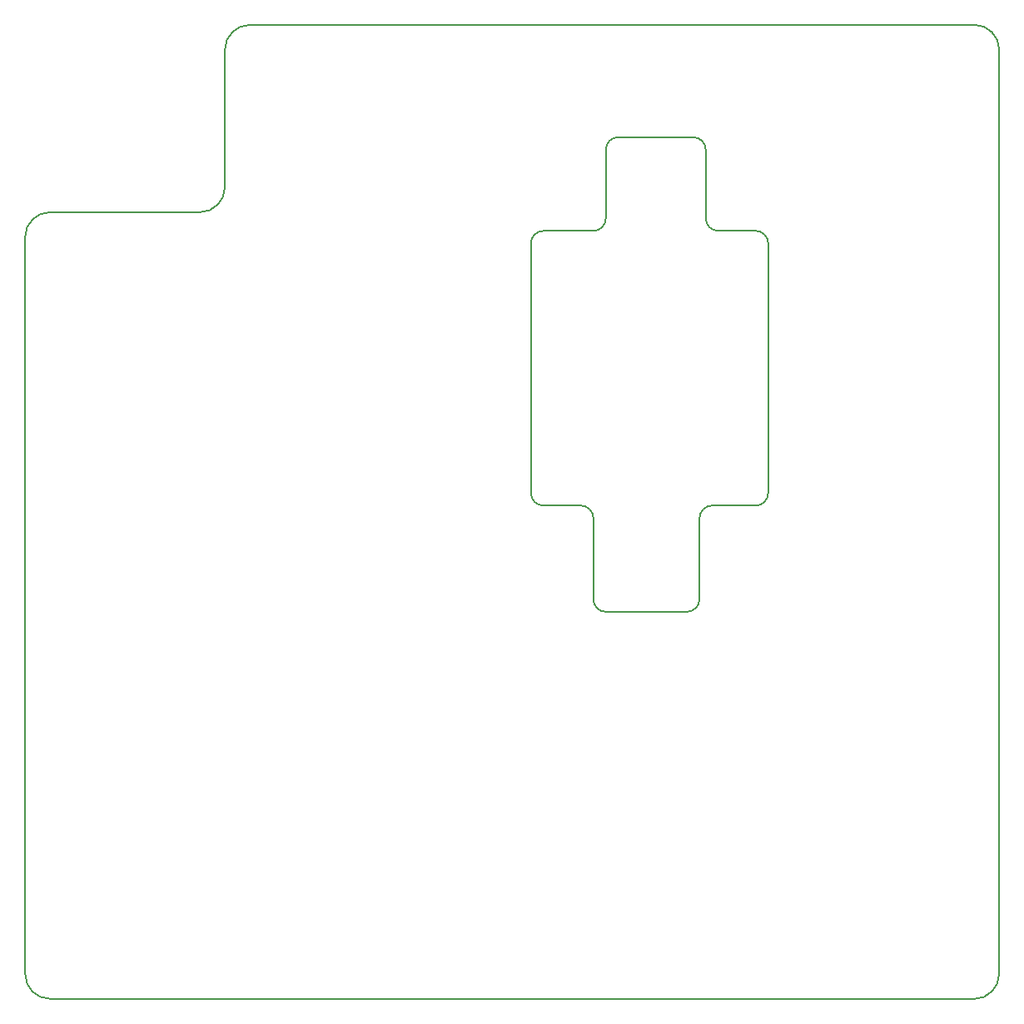
<source format=gm1>
G04 #@! TF.FileFunction,Profile,NP*
%FSLAX46Y46*%
G04 Gerber Fmt 4.6, Leading zero omitted, Abs format (unit mm)*
G04 Created by KiCad (PCBNEW 4.0.4-stable) date 12/14/17 11:03:47*
%MOMM*%
%LPD*%
G01*
G04 APERTURE LIST*
%ADD10C,0.250000*%
%ADD11C,0.150000*%
G04 APERTURE END LIST*
D10*
D11*
X93980000Y-66040000D02*
X93980000Y-80010000D01*
X172720000Y-160020000D02*
X172720000Y-66040000D01*
X73660000Y-85090000D02*
X73660000Y-160020000D01*
X170180000Y-63500000D02*
X96520000Y-63500000D01*
X76200000Y-82550000D02*
G75*
G03X73660000Y-85090000I0J-2540000D01*
G01*
X91440000Y-82550000D02*
G75*
G03X93980000Y-80010000I0J2540000D01*
G01*
X91440000Y-82550000D02*
X76200000Y-82550000D01*
X76200000Y-162560000D02*
X170180000Y-162560000D01*
X170180000Y-162560000D02*
G75*
G03X172720000Y-160020000I0J2540000D01*
G01*
X73660000Y-160020000D02*
G75*
G03X76200000Y-162560000I2540000J0D01*
G01*
X96520000Y-63500000D02*
G75*
G03X93980000Y-66040000I0J-2540000D01*
G01*
X172720000Y-66040000D02*
G75*
G03X170180000Y-63500000I-2540000J0D01*
G01*
X142875000Y-83185000D02*
X142875000Y-76200000D01*
X147955000Y-84455000D02*
X144145000Y-84455000D01*
X149225000Y-111125000D02*
X149225000Y-85725000D01*
X143510000Y-112395000D02*
X147955000Y-112395000D01*
X142240000Y-121920000D02*
X142240000Y-113665000D01*
X132715000Y-123190000D02*
X140970000Y-123190000D01*
X131445000Y-113665000D02*
X131445000Y-121920000D01*
X126365000Y-112395000D02*
X130175000Y-112395000D01*
X125095000Y-85725000D02*
X125095000Y-111125000D01*
X131445000Y-84455000D02*
X126365000Y-84455000D01*
X132715000Y-76200000D02*
X132715000Y-83185000D01*
X141605000Y-74930000D02*
X133985000Y-74930000D01*
X142875000Y-76200000D02*
G75*
G03X141605000Y-74930000I-1270000J0D01*
G01*
X142875000Y-83185000D02*
G75*
G03X144145000Y-84455000I1270000J0D01*
G01*
X149225000Y-85725000D02*
G75*
G03X147955000Y-84455000I-1270000J0D01*
G01*
X147955000Y-112395000D02*
G75*
G03X149225000Y-111125000I0J1270000D01*
G01*
X143510000Y-112395000D02*
G75*
G03X142240000Y-113665000I0J-1270000D01*
G01*
X140970000Y-123190000D02*
G75*
G03X142240000Y-121920000I0J1270000D01*
G01*
X131445000Y-121920000D02*
G75*
G03X132715000Y-123190000I1270000J0D01*
G01*
X131445000Y-113665000D02*
G75*
G03X130175000Y-112395000I-1270000J0D01*
G01*
X125095000Y-111125000D02*
G75*
G03X126365000Y-112395000I1270000J0D01*
G01*
X126365000Y-84455000D02*
G75*
G03X125095000Y-85725000I0J-1270000D01*
G01*
X131445000Y-84455000D02*
G75*
G03X132715000Y-83185000I0J1270000D01*
G01*
X133985000Y-74930000D02*
G75*
G03X132715000Y-76200000I0J-1270000D01*
G01*
M02*

</source>
